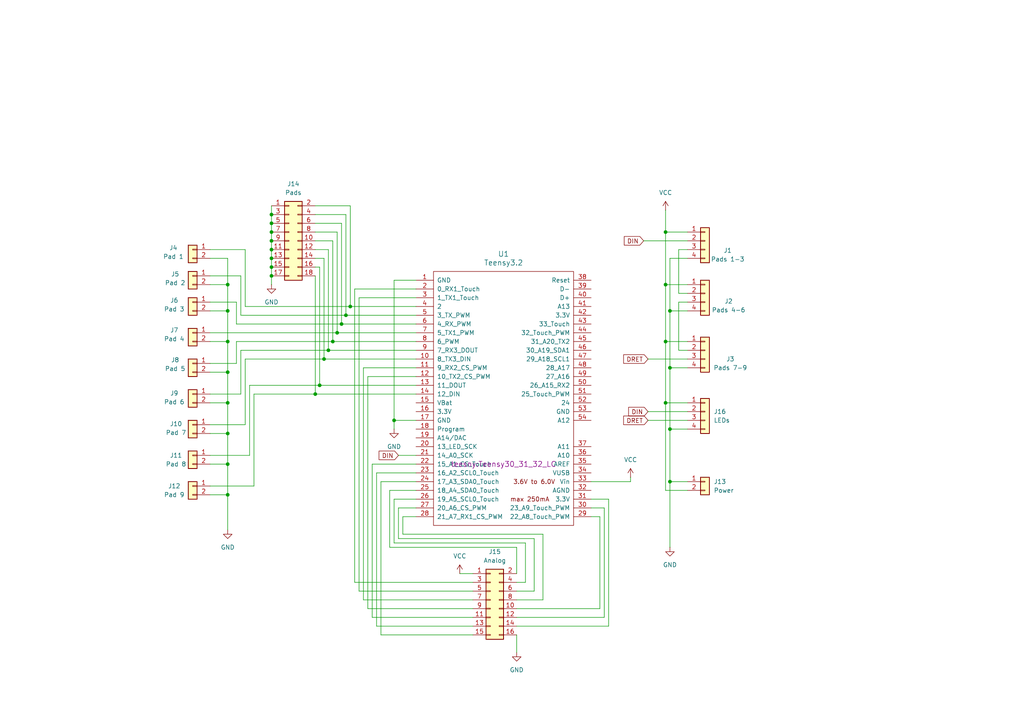
<source format=kicad_sch>
(kicad_sch (version 20231120) (generator "eeschema") (generator_version "8.0")
  (paper "A4")
  (lib_symbols
    (symbol "Connector_Generic:Conn_01x02" (pin_names (offset 1.016) hide)
      (property "Reference" "J" (at 0 2.54 0))
      (property "Value" "Conn_01x02" (at 0 -5.08 0))
      (symbol "Conn_01x02_1_1"
        (rectangle (start -1.27 -2.413) (end 0 -2.667) (stroke (width 0.1524)))
        (rectangle (start -1.27 0.127) (end 0 -0.127) (stroke (width 0.1524)))
        (rectangle (start -1.27 1.27) (end 1.27 -3.81) (stroke (width 0.254)) (fill (type background)))
        (pin passive line (at -5.08 0 0) (length 3.81) (name "Pin_1") (number "1"))
        (pin passive line (at -5.08 -2.54 0) (length 3.81) (name "Pin_2") (number "2"))
      )
    )
    (symbol "Connector_Generic:Conn_01x04" (pin_names (offset 1.016) hide)
      (property "Reference" "J" (at 0 5.08 0))
      (property "Value" "Conn_01x04" (at 0 -7.62 0))
      (symbol "Conn_01x04_1_1"
        (rectangle (start -1.27 -4.953) (end 0 -5.207) (stroke (width 0.1524)))
        (rectangle (start -1.27 -2.413) (end 0 -2.667) (stroke (width 0.1524)))
        (rectangle (start -1.27 0.127) (end 0 -0.127) (stroke (width 0.1524)))
        (rectangle (start -1.27 2.667) (end 0 2.413) (stroke (width 0.1524)))
        (rectangle (start -1.27 3.81) (end 1.27 -6.35) (stroke (width 0.254)) (fill (type background)))
        (pin passive line (at -5.08 2.54 0) (length 3.81) (name "Pin_1") (number "1"))
        (pin passive line (at -5.08 0 0) (length 3.81) (name "Pin_2") (number "2"))
        (pin passive line (at -5.08 -2.54 0) (length 3.81) (name "Pin_3") (number "3"))
        (pin passive line (at -5.08 -5.08 0) (length 3.81) (name "Pin_4") (number "4"))
      )
    )
    (symbol "Connector_Generic:Conn_02x08_Odd_Even" (pin_names (offset 1.016) hide)
      (property "Reference" "J" (at 1.27 10.16 0))
      (property "Value" "Conn_02x08_Odd_Even" (at 1.27 -12.7 0))
      (symbol "Conn_02x08_Odd_Even_1_1"
        (rectangle (start -1.27 -10.033) (end 0 -10.287) (stroke (width 0.1524)))
        (rectangle (start -1.27 -7.493) (end 0 -7.747) (stroke (width 0.1524)))
        (rectangle (start -1.27 -4.953) (end 0 -5.207) (stroke (width 0.1524)))
        (rectangle (start -1.27 -2.413) (end 0 -2.667) (stroke (width 0.1524)))
        (rectangle (start -1.27 0.127) (end 0 -0.127) (stroke (width 0.1524)))
        (rectangle (start -1.27 2.667) (end 0 2.413) (stroke (width 0.1524)))
        (rectangle (start -1.27 5.207) (end 0 4.953) (stroke (width 0.1524)))
        (rectangle (start -1.27 7.747) (end 0 7.493) (stroke (width 0.1524)))
        (rectangle (start -1.27 8.89) (end 3.81 -11.43) (stroke (width 0.254)) (fill (type background)))
        (rectangle (start 3.81 -10.033) (end 2.54 -10.287) (stroke (width 0.1524)))
        (rectangle (start 3.81 -7.493) (end 2.54 -7.747) (stroke (width 0.1524)))
        (rectangle (start 3.81 -4.953) (end 2.54 -5.207) (stroke (width 0.1524)))
        (rectangle (start 3.81 -2.413) (end 2.54 -2.667) (stroke (width 0.1524)))
        (rectangle (start 3.81 0.127) (end 2.54 -0.127) (stroke (width 0.1524)))
        (rectangle (start 3.81 2.667) (end 2.54 2.413) (stroke (width 0.1524)))
        (rectangle (start 3.81 5.207) (end 2.54 4.953) (stroke (width 0.1524)))
        (rectangle (start 3.81 7.747) (end 2.54 7.493) (stroke (width 0.1524)))
        (pin passive line (at -5.08 7.62 0) (length 3.81) (name "Pin_1") (number "1"))
        (pin passive line (at 7.62 -2.54 180) (length 3.81) (name "Pin_10") (number "10"))
        (pin passive line (at -5.08 -5.08 0) (length 3.81) (name "Pin_11") (number "11"))
        (pin passive line (at 7.62 -5.08 180) (length 3.81) (name "Pin_12") (number "12"))
        (pin passive line (at -5.08 -7.62 0) (length 3.81) (name "Pin_13") (number "13"))
        (pin passive line (at 7.62 -7.62 180) (length 3.81) (name "Pin_14") (number "14"))
        (pin passive line (at -5.08 -10.16 0) (length 3.81) (name "Pin_15") (number "15"))
        (pin passive line (at 7.62 -10.16 180) (length 3.81) (name "Pin_16") (number "16"))
        (pin passive line (at 7.62 7.62 180) (length 3.81) (name "Pin_2") (number "2"))
        (pin passive line (at -5.08 5.08 0) (length 3.81) (name "Pin_3") (number "3"))
        (pin passive line (at 7.62 5.08 180) (length 3.81) (name "Pin_4") (number "4"))
        (pin passive line (at -5.08 2.54 0) (length 3.81) (name "Pin_5") (number "5"))
        (pin passive line (at 7.62 2.54 180) (length 3.81) (name "Pin_6") (number "6"))
        (pin passive line (at -5.08 0 0) (length 3.81) (name "Pin_7") (number "7"))
        (pin passive line (at 7.62 0 180) (length 3.81) (name "Pin_8") (number "8"))
        (pin passive line (at -5.08 -2.54 0) (length 3.81) (name "Pin_9") (number "9"))
      )
    )
    (symbol "Connector_Generic:Conn_02x09_Odd_Even" (pin_names (offset 1.016) hide)
      (property "Reference" "J" (at 1.27 12.7 0))
      (property "Value" "Conn_02x09_Odd_Even" (at 1.27 -12.7 0))
      (symbol "Conn_02x09_Odd_Even_1_1"
        (rectangle (start -1.27 -10.033) (end 0 -10.287) (stroke (width 0.1524)))
        (rectangle (start -1.27 -7.493) (end 0 -7.747) (stroke (width 0.1524)))
        (rectangle (start -1.27 -4.953) (end 0 -5.207) (stroke (width 0.1524)))
        (rectangle (start -1.27 -2.413) (end 0 -2.667) (stroke (width 0.1524)))
        (rectangle (start -1.27 0.127) (end 0 -0.127) (stroke (width 0.1524)))
        (rectangle (start -1.27 2.667) (end 0 2.413) (stroke (width 0.1524)))
        (rectangle (start -1.27 5.207) (end 0 4.953) (stroke (width 0.1524)))
        (rectangle (start -1.27 7.747) (end 0 7.493) (stroke (width 0.1524)))
        (rectangle (start -1.27 10.287) (end 0 10.033) (stroke (width 0.1524)))
        (rectangle (start -1.27 11.43) (end 3.81 -11.43) (stroke (width 0.254)) (fill (type background)))
        (rectangle (start 3.81 -10.033) (end 2.54 -10.287) (stroke (width 0.1524)))
        (rectangle (start 3.81 -7.493) (end 2.54 -7.747) (stroke (width 0.1524)))
        (rectangle (start 3.81 -4.953) (end 2.54 -5.207) (stroke (width 0.1524)))
        (rectangle (start 3.81 -2.413) (end 2.54 -2.667) (stroke (width 0.1524)))
        (rectangle (start 3.81 0.127) (end 2.54 -0.127) (stroke (width 0.1524)))
        (rectangle (start 3.81 2.667) (end 2.54 2.413) (stroke (width 0.1524)))
        (rectangle (start 3.81 5.207) (end 2.54 4.953) (stroke (width 0.1524)))
        (rectangle (start 3.81 7.747) (end 2.54 7.493) (stroke (width 0.1524)))
        (rectangle (start 3.81 10.287) (end 2.54 10.033) (stroke (width 0.1524)))
        (pin passive line (at -5.08 10.16 0) (length 3.81) (name "Pin_1") (number "1"))
        (pin passive line (at 7.62 0 180) (length 3.81) (name "Pin_10") (number "10"))
        (pin passive line (at -5.08 -2.54 0) (length 3.81) (name "Pin_11") (number "11"))
        (pin passive line (at 7.62 -2.54 180) (length 3.81) (name "Pin_12") (number "12"))
        (pin passive line (at -5.08 -5.08 0) (length 3.81) (name "Pin_13") (number "13"))
        (pin passive line (at 7.62 -5.08 180) (length 3.81) (name "Pin_14") (number "14"))
        (pin passive line (at -5.08 -7.62 0) (length 3.81) (name "Pin_15") (number "15"))
        (pin passive line (at 7.62 -7.62 180) (length 3.81) (name "Pin_16") (number "16"))
        (pin passive line (at -5.08 -10.16 0) (length 3.81) (name "Pin_17") (number "17"))
        (pin passive line (at 7.62 -10.16 180) (length 3.81) (name "Pin_18") (number "18"))
        (pin passive line (at 7.62 10.16 180) (length 3.81) (name "Pin_2") (number "2"))
        (pin passive line (at -5.08 7.62 0) (length 3.81) (name "Pin_3") (number "3"))
        (pin passive line (at 7.62 7.62 180) (length 3.81) (name "Pin_4") (number "4"))
        (pin passive line (at -5.08 5.08 0) (length 3.81) (name "Pin_5") (number "5"))
        (pin passive line (at 7.62 5.08 180) (length 3.81) (name "Pin_6") (number "6"))
        (pin passive line (at -5.08 2.54 0) (length 3.81) (name "Pin_7") (number "7"))
        (pin passive line (at 7.62 2.54 180) (length 3.81) (name "Pin_8") (number "8"))
        (pin passive line (at -5.08 0 0) (length 3.81) (name "Pin_9") (number "9"))
      )
    )
    (symbol "power:GND" (power) (pin_numbers hide) (pin_names (offset 0) hide)
      (property "Value" "GND" (at 0 -3.81 0))
      (symbol "GND_0_1"
        (polyline (pts (xy 0 0) (xy 0 -1.27) (xy 1.27 -1.27) (xy 0 -2.54) (xy -1.27 -1.27) (xy 0 -1.27)))
      )
      (symbol "GND_1_1"
        (pin power_in line (at 0 0 270) (length 0) (name "~") (number "1"))
      )
    )
    (symbol "power:VCC" (power) (pin_numbers hide) (pin_names (offset 0) hide)
      (property "Value" "VCC" (at 0 3.556 0))
      (symbol "VCC_0_1"
        (polyline (pts (xy -0.762 1.27) (xy 0 2.54)))
        (polyline (pts (xy 0 0) (xy 0 2.54)))
        (polyline (pts (xy 0 2.54) (xy 0.762 1.27)))
      )
      (symbol "VCC_1_1"
        (pin power_in line (at 0 0 90) (length 0) (name "~") (number "1"))
      )
    )
    (symbol "teensy:Teensy3.2" (pin_names (offset 1.016))
      (property "Reference" "U" (at 0 39.37 0))
      (property "Value" "Teensy3.2" (at 0 -39.37 0))
      (symbol "Teensy3.2_0_0"
        (text "3.6V to 6.0V" (at 8.89 -24.13 0) (effects (font (size 1.27 1.27))))
        (text "max 250mA" (at 7.62 -29.21 0) (effects (font (size 1.27 1.27))))
      )
      (symbol "Teensy3.2_0_1"
        (rectangle (start -20.32 -36.83) (end 20.32 36.83))
      )
      (symbol "Teensy3.2_1_1"
        (pin power_in line (at -25.4 34.29 0) (length 5.08) (name "GND") (number "1"))
        (pin bidirectional line (at -25.4 11.43 0) (length 5.08) (name "8_TX3_DIN") (number "10"))
        (pin bidirectional line (at -25.4 8.89 0) (length 5.08) (name "9_RX2_CS_PWM") (number "11"))
        (pin bidirectional line (at -25.4 6.35 0) (length 5.08) (name "10_TX2_CS_PWM") (number "12"))
        (pin bidirectional line (at -25.4 3.81 0) (length 5.08) (name "11_DOUT") (number "13"))
        (pin bidirectional line (at -25.4 1.27 0) (length 5.08) (name "12_DIN") (number "14"))
        (pin power_in line (at -25.4 -1.27 0) (length 5.08) (name "VBat") (number "15"))
        (pin power_out line (at -25.4 -3.81 0) (length 5.08) (name "3.3V") (number "16"))
        (pin power_in line (at -25.4 -6.35 0) (length 5.08) (name "GND") (number "17"))
        (pin input line (at -25.4 -8.89 0) (length 5.08) (name "Program") (number "18"))
        (pin bidirectional line (at -25.4 -11.43 0) (length 5.08) (name "A14/DAC") (number "19"))
        (pin bidirectional line (at -25.4 31.75 0) (length 5.08) (name "0_RX1_Touch") (number "2"))
        (pin bidirectional line (at -25.4 -13.97 0) (length 5.08) (name "13_LED_SCK") (number "20"))
        (pin bidirectional line (at -25.4 -16.51 0) (length 5.08) (name "14_A0_SCK") (number "21"))
        (pin bidirectional line (at -25.4 -19.05 0) (length 5.08) (name "15_A1_CS_Touch") (number "22"))
        (pin bidirectional line (at -25.4 -21.59 0) (length 5.08) (name "16_A2_SCL0_Touch") (number "23"))
        (pin bidirectional line (at -25.4 -24.13 0) (length 5.08) (name "17_A3_SDA0_Touch") (number "24"))
        (pin bidirectional line (at -25.4 -26.67 0) (length 5.08) (name "18_A4_SDA0_Touch") (number "25"))
        (pin bidirectional line (at -25.4 -29.21 0) (length 5.08) (name "19_A5_SCL0_Touch") (number "26"))
        (pin bidirectional line (at -25.4 -31.75 0) (length 5.08) (name "20_A6_CS_PWM") (number "27"))
        (pin bidirectional line (at -25.4 -34.29 0) (length 5.08) (name "21_A7_RX1_CS_PWM") (number "28"))
        (pin bidirectional line (at 25.4 -34.29 180) (length 5.08) (name "22_A8_Touch_PWM") (number "29"))
        (pin bidirectional line (at -25.4 29.21 0) (length 5.08) (name "1_TX1_Touch") (number "3"))
        (pin bidirectional line (at 25.4 -31.75 180) (length 5.08) (name "23_A9_Touch_PWM") (number "30"))
        (pin power_out line (at 25.4 -29.21 180) (length 5.08) (name "3.3V") (number "31"))
        (pin power_out line (at 25.4 -26.67 180) (length 5.08) (name "AGND") (number "32"))
        (pin power_in line (at 25.4 -24.13 180) (length 5.08) (name "Vin") (number "33"))
        (pin power_in line (at 25.4 -21.59 180) (length 5.08) (name "VUSB") (number "34"))
        (pin input line (at 25.4 -19.05 180) (length 5.08) (name "AREF") (number "35"))
        (pin bidirectional line (at 25.4 -16.51 180) (length 5.08) (name "A10") (number "36"))
        (pin bidirectional line (at 25.4 -13.97 180) (length 5.08) (name "A11") (number "37"))
        (pin input line (at 25.4 34.29 180) (length 5.08) (name "Reset") (number "38"))
        (pin bidirectional line (at 25.4 31.75 180) (length 5.08) (name "D-") (number "39"))
        (pin bidirectional line (at -25.4 26.67 0) (length 5.08) (name "2") (number "4"))
        (pin bidirectional line (at 25.4 29.21 180) (length 5.08) (name "D+") (number "40"))
        (pin bidirectional line (at 25.4 26.67 180) (length 5.08) (name "A13") (number "41"))
        (pin power_out line (at 25.4 24.13 180) (length 5.08) (name "3.3V") (number "42"))
        (pin bidirectional line (at 25.4 21.59 180) (length 5.08) (name "33_Touch") (number "43"))
        (pin bidirectional line (at 25.4 19.05 180) (length 5.08) (name "32_Touch_PWM") (number "44"))
        (pin bidirectional line (at 25.4 16.51 180) (length 5.08) (name "31_A20_TX2") (number "45"))
        (pin bidirectional line (at 25.4 13.97 180) (length 5.08) (name "30_A19_SDA1") (number "46"))
        (pin bidirectional line (at 25.4 11.43 180) (length 5.08) (name "29_A18_SCL1") (number "47"))
        (pin bidirectional line (at 25.4 8.89 180) (length 5.08) (name "28_A17") (number "48"))
        (pin bidirectional line (at 25.4 6.35 180) (length 5.08) (name "27_A16") (number "49"))
        (pin bidirectional line (at -25.4 24.13 0) (length 5.08) (name "3_TX_PWM") (number "5"))
        (pin bidirectional line (at 25.4 3.81 180) (length 5.08) (name "26_A15_RX2") (number "50"))
        (pin bidirectional line (at 25.4 1.27 180) (length 5.08) (name "25_Touch_PWM") (number "51"))
        (pin bidirectional line (at 25.4 -1.27 180) (length 5.08) (name "24") (number "52"))
        (pin power_in line (at 25.4 -3.81 180) (length 5.08) (name "GND") (number "53"))
        (pin bidirectional line (at 25.4 -6.35 180) (length 5.08) (name "A12") (number "54"))
        (pin bidirectional line (at -25.4 21.59 0) (length 5.08) (name "4_RX_PWM") (number "6"))
        (pin bidirectional line (at -25.4 19.05 0) (length 5.08) (name "5_TX1_PWM") (number "7"))
        (pin bidirectional line (at -25.4 16.51 0) (length 5.08) (name "6_PWM") (number "8"))
        (pin bidirectional line (at -25.4 13.97 0) (length 5.08) (name "7_RX3_DOUT") (number "9"))
      )
    )
  )
  (junction (at 93.98 104.14))
  (junction (at 66.04 82.55))
  (junction (at 66.04 143.51))
  (junction (at 97.79 96.52))
  (junction (at 78.74 72.39))
  (junction (at 99.06 93.98))
  (junction (at 193.04 82.55))
  (junction (at 78.74 67.31))
  (junction (at 194.31 124.46))
  (junction (at 66.04 90.17))
  (junction (at 193.04 67.31))
  (junction (at 95.25 101.6))
  (junction (at 194.31 106.68))
  (junction (at 78.74 77.47))
  (junction (at 101.6 88.9))
  (junction (at 78.74 69.85))
  (junction (at 66.04 107.95))
  (junction (at 193.04 99.06))
  (junction (at 78.74 80.01))
  (junction (at 66.04 134.62))
  (junction (at 66.04 99.06))
  (junction (at 92.71 111.76))
  (junction (at 100.33 91.44))
  (junction (at 114.3 121.92))
  (junction (at 78.74 74.93))
  (junction (at 194.31 90.17))
  (junction (at 194.31 139.7))
  (junction (at 66.04 116.84))
  (junction (at 78.74 62.23))
  (junction (at 78.74 64.77))
  (junction (at 66.04 125.73))
  (junction (at 96.52 99.06))
  (junction (at 193.04 116.84))
  (junction (at 91.44 114.3))
  (wire (pts (xy 66.04 143.51) (xy 66.04 153.67)))
  (wire (pts (xy 101.6 59.69) (xy 101.6 88.9)))
  (wire (pts (xy 157.48 154.94) (xy 157.48 173.99)))
  (wire (pts (xy 110.49 139.7) (xy 110.49 184.15)))
  (wire (pts (xy 114.3 121.92) (xy 120.65 121.92)))
  (wire (pts (xy 60.96 125.73) (xy 66.04 125.73)))
  (wire (pts (xy 149.86 184.15) (xy 149.86 189.23)))
  (wire (pts (xy 193.04 116.84) (xy 193.04 99.06)))
  (wire (pts (xy 99.06 93.98) (xy 120.65 93.98)))
  (wire (pts (xy 91.44 80.01) (xy 91.44 114.3)))
  (wire (pts (xy 115.57 156.21) (xy 154.94 156.21)))
  (wire (pts (xy 175.26 147.32) (xy 175.26 179.07)))
  (wire (pts (xy 66.04 116.84) (xy 66.04 125.73)))
  (wire (pts (xy 60.96 96.52) (xy 97.79 96.52)))
  (wire (pts (xy 137.16 179.07) (xy 107.95 179.07)))
  (wire (pts (xy 68.58 99.06) (xy 68.58 105.41)))
  (wire (pts (xy 194.31 90.17) (xy 199.39 90.17)))
  (wire (pts (xy 78.74 77.47) (xy 78.74 80.01)))
  (wire (pts (xy 109.22 137.16) (xy 109.22 181.61)))
  (wire (pts (xy 66.04 90.17) (xy 66.04 99.06)))
  (wire (pts (xy 116.84 149.86) (xy 116.84 154.94)))
  (wire (pts (xy 199.39 74.93) (xy 194.31 74.93)))
  (wire (pts (xy 187.96 119.38) (xy 199.39 119.38)))
  (wire (pts (xy 120.65 137.16) (xy 109.22 137.16)))
  (wire (pts (xy 173.99 149.86) (xy 171.45 149.86)))
  (wire (pts (xy 92.71 111.76) (xy 120.65 111.76)))
  (wire (pts (xy 91.44 114.3) (xy 120.65 114.3)))
  (wire (pts (xy 78.74 74.93) (xy 78.74 77.47)))
  (wire (pts (xy 104.14 86.36) (xy 104.14 171.45)))
  (wire (pts (xy 193.04 67.31) (xy 193.04 82.55)))
  (wire (pts (xy 196.85 85.09) (xy 199.39 85.09)))
  (wire (pts (xy 93.98 104.14) (xy 120.65 104.14)))
  (wire (pts (xy 120.65 81.28) (xy 114.3 81.28)))
  (wire (pts (xy 187.96 121.92) (xy 199.39 121.92)))
  (wire (pts (xy 105.41 106.68) (xy 105.41 173.99)))
  (wire (pts (xy 91.44 59.69) (xy 101.6 59.69)))
  (wire (pts (xy 60.96 107.95) (xy 66.04 107.95)))
  (wire (pts (xy 69.85 101.6) (xy 69.85 114.3)))
  (wire (pts (xy 71.12 123.19) (xy 60.96 123.19)))
  (wire (pts (xy 60.96 99.06) (xy 66.04 99.06)))
  (wire (pts (xy 73.66 140.97) (xy 60.96 140.97)))
  (wire (pts (xy 194.31 139.7) (xy 194.31 158.75)))
  (wire (pts (xy 137.16 181.61) (xy 109.22 181.61)))
  (wire (pts (xy 116.84 154.94) (xy 157.48 154.94)))
  (wire (pts (xy 194.31 90.17) (xy 194.31 106.68)))
  (wire (pts (xy 171.45 144.78) (xy 176.53 144.78)))
  (wire (pts (xy 106.68 176.53) (xy 137.16 176.53)))
  (wire (pts (xy 60.96 143.51) (xy 66.04 143.51)))
  (wire (pts (xy 66.04 99.06) (xy 66.04 107.95)))
  (wire (pts (xy 173.99 176.53) (xy 149.86 176.53)))
  (wire (pts (xy 66.04 74.93) (xy 66.04 82.55)))
  (wire (pts (xy 72.39 111.76) (xy 92.71 111.76)))
  (wire (pts (xy 113.03 142.24) (xy 113.03 158.75)))
  (wire (pts (xy 114.3 81.28) (xy 114.3 121.92)))
  (wire (pts (xy 71.12 88.9) (xy 101.6 88.9)))
  (wire (pts (xy 199.39 87.63) (xy 196.85 87.63)))
  (wire (pts (xy 60.96 82.55) (xy 66.04 82.55)))
  (wire (pts (xy 193.04 116.84) (xy 193.04 142.24)))
  (wire (pts (xy 114.3 157.48) (xy 152.4 157.48)))
  (wire (pts (xy 194.31 74.93) (xy 194.31 90.17)))
  (wire (pts (xy 154.94 171.45) (xy 149.86 171.45)))
  (wire (pts (xy 120.65 139.7) (xy 110.49 139.7)))
  (wire (pts (xy 60.96 134.62) (xy 66.04 134.62)))
  (wire (pts (xy 93.98 74.93) (xy 93.98 104.14)))
  (wire (pts (xy 96.52 69.85) (xy 96.52 99.06)))
  (wire (pts (xy 78.74 80.01) (xy 78.74 82.55)))
  (wire (pts (xy 149.86 173.99) (xy 157.48 173.99)))
  (wire (pts (xy 92.71 77.47) (xy 92.71 111.76)))
  (wire (pts (xy 71.12 104.14) (xy 71.12 123.19)))
  (wire (pts (xy 116.84 149.86) (xy 120.65 149.86)))
  (wire (pts (xy 182.88 138.43) (xy 182.88 139.7)))
  (wire (pts (xy 72.39 132.08) (xy 60.96 132.08)))
  (wire (pts (xy 105.41 173.99) (xy 137.16 173.99)))
  (wire (pts (xy 120.65 142.24) (xy 113.03 142.24)))
  (wire (pts (xy 73.66 114.3) (xy 73.66 140.97)))
  (wire (pts (xy 68.58 93.98) (xy 68.58 87.63)))
  (wire (pts (xy 91.44 72.39) (xy 95.25 72.39)))
  (wire (pts (xy 194.31 106.68) (xy 194.31 124.46)))
  (wire (pts (xy 66.04 134.62) (xy 66.04 143.51)))
  (wire (pts (xy 186.69 69.85) (xy 199.39 69.85)))
  (wire (pts (xy 78.74 64.77) (xy 78.74 67.31)))
  (wire (pts (xy 68.58 87.63) (xy 60.96 87.63)))
  (wire (pts (xy 152.4 157.48) (xy 152.4 168.91)))
  (wire (pts (xy 91.44 77.47) (xy 92.71 77.47)))
  (wire (pts (xy 149.86 181.61) (xy 176.53 181.61)))
  (wire (pts (xy 69.85 91.44) (xy 69.85 80.01)))
  (wire (pts (xy 99.06 64.77) (xy 99.06 93.98)))
  (wire (pts (xy 68.58 93.98) (xy 99.06 93.98)))
  (wire (pts (xy 66.04 82.55) (xy 66.04 90.17)))
  (wire (pts (xy 71.12 104.14) (xy 93.98 104.14)))
  (wire (pts (xy 114.3 121.92) (xy 114.3 124.46)))
  (wire (pts (xy 73.66 114.3) (xy 91.44 114.3)))
  (wire (pts (xy 69.85 91.44) (xy 100.33 91.44)))
  (wire (pts (xy 78.74 59.69) (xy 78.74 62.23)))
  (wire (pts (xy 100.33 62.23) (xy 100.33 91.44)))
  (wire (pts (xy 102.87 83.82) (xy 102.87 168.91)))
  (wire (pts (xy 120.65 144.78) (xy 114.3 144.78)))
  (wire (pts (xy 193.04 142.24) (xy 199.39 142.24)))
  (wire (pts (xy 194.31 124.46) (xy 199.39 124.46)))
  (wire (pts (xy 149.86 158.75) (xy 149.86 166.37)))
  (wire (pts (xy 71.12 72.39) (xy 60.96 72.39)))
  (wire (pts (xy 120.65 134.62) (xy 107.95 134.62)))
  (wire (pts (xy 71.12 88.9) (xy 71.12 72.39)))
  (wire (pts (xy 100.33 91.44) (xy 120.65 91.44)))
  (wire (pts (xy 193.04 116.84) (xy 199.39 116.84)))
  (wire (pts (xy 196.85 87.63) (xy 196.85 101.6)))
  (wire (pts (xy 137.16 184.15) (xy 110.49 184.15)))
  (wire (pts (xy 154.94 156.21) (xy 154.94 171.45)))
  (wire (pts (xy 115.57 132.08) (xy 120.65 132.08)))
  (wire (pts (xy 101.6 88.9) (xy 120.65 88.9)))
  (wire (pts (xy 120.65 109.22) (xy 106.68 109.22)))
  (wire (pts (xy 60.96 116.84) (xy 66.04 116.84)))
  (wire (pts (xy 95.25 72.39) (xy 95.25 101.6)))
  (wire (pts (xy 91.44 67.31) (xy 97.79 67.31)))
  (wire (pts (xy 91.44 62.23) (xy 100.33 62.23)))
  (wire (pts (xy 95.25 101.6) (xy 120.65 101.6)))
  (wire (pts (xy 96.52 99.06) (xy 120.65 99.06)))
  (wire (pts (xy 69.85 114.3) (xy 60.96 114.3)))
  (wire (pts (xy 69.85 80.01) (xy 60.96 80.01)))
  (wire (pts (xy 91.44 64.77) (xy 99.06 64.77)))
  (wire (pts (xy 60.96 90.17) (xy 66.04 90.17)))
  (wire (pts (xy 115.57 147.32) (xy 115.57 156.21)))
  (wire (pts (xy 120.65 106.68) (xy 105.41 106.68)))
  (wire (pts (xy 66.04 107.95) (xy 66.04 116.84)))
  (wire (pts (xy 114.3 144.78) (xy 114.3 157.48)))
  (wire (pts (xy 199.39 82.55) (xy 193.04 82.55)))
  (wire (pts (xy 97.79 96.52) (xy 120.65 96.52)))
  (wire (pts (xy 66.04 125.73) (xy 66.04 134.62)))
  (wire (pts (xy 193.04 99.06) (xy 193.04 82.55)))
  (wire (pts (xy 120.65 83.82) (xy 102.87 83.82)))
  (wire (pts (xy 68.58 105.41) (xy 60.96 105.41)))
  (wire (pts (xy 194.31 139.7) (xy 199.39 139.7)))
  (wire (pts (xy 176.53 144.78) (xy 176.53 181.61)))
  (wire (pts (xy 171.45 139.7) (xy 182.88 139.7)))
  (wire (pts (xy 78.74 69.85) (xy 78.74 72.39)))
  (wire (pts (xy 107.95 134.62) (xy 107.95 179.07)))
  (wire (pts (xy 120.65 86.36) (xy 104.14 86.36)))
  (wire (pts (xy 193.04 60.96) (xy 193.04 67.31)))
  (wire (pts (xy 194.31 106.68) (xy 199.39 106.68)))
  (wire (pts (xy 91.44 74.93) (xy 93.98 74.93)))
  (wire (pts (xy 194.31 124.46) (xy 194.31 139.7)))
  (wire (pts (xy 152.4 168.91) (xy 149.86 168.91)))
  (wire (pts (xy 120.65 147.32) (xy 115.57 147.32)))
  (wire (pts (xy 68.58 99.06) (xy 96.52 99.06)))
  (wire (pts (xy 187.96 104.14) (xy 199.39 104.14)))
  (wire (pts (xy 199.39 67.31) (xy 193.04 67.31)))
  (wire (pts (xy 91.44 69.85) (xy 96.52 69.85)))
  (wire (pts (xy 69.85 101.6) (xy 95.25 101.6)))
  (wire (pts (xy 196.85 72.39) (xy 196.85 85.09)))
  (wire (pts (xy 196.85 101.6) (xy 199.39 101.6)))
  (wire (pts (xy 199.39 72.39) (xy 196.85 72.39)))
  (wire (pts (xy 60.96 74.93) (xy 66.04 74.93)))
  (wire (pts (xy 171.45 147.32) (xy 175.26 147.32)))
  (wire (pts (xy 78.74 62.23) (xy 78.74 64.77)))
  (wire (pts (xy 97.79 67.31) (xy 97.79 96.52)))
  (wire (pts (xy 78.74 72.39) (xy 78.74 74.93)))
  (wire (pts (xy 102.87 168.91) (xy 137.16 168.91)))
  (wire (pts (xy 173.99 149.86) (xy 173.99 176.53)))
  (wire (pts (xy 72.39 111.76) (xy 72.39 132.08)))
  (wire (pts (xy 199.39 99.06) (xy 193.04 99.06)))
  (wire (pts (xy 78.74 67.31) (xy 78.74 69.85)))
  (wire (pts (xy 113.03 158.75) (xy 149.86 158.75)))
  (wire (pts (xy 106.68 109.22) (xy 106.68 176.53)))
  (wire (pts (xy 133.35 166.37) (xy 137.16 166.37)))
  (wire (pts (xy 175.26 179.07) (xy 149.86 179.07)))
  (wire (pts (xy 137.16 171.45) (xy 104.14 171.45)))
  (global_label "DIN" (shape input) (at 115.57 132.08 180) (property "Intersheetrefs" "${INTERSHEET_REFS}" (effects (hide yes))))
  (global_label "DRET" (shape input) (at 187.96 121.92 180) (property "Intersheetrefs" "${INTERSHEET_REFS}" (effects (hide yes))))
  (global_label "DRET" (shape input) (at 187.96 104.14 180) (property "Intersheetrefs" "${INTERSHEET_REFS}" (effects (hide yes))))
  (global_label "DIN" (shape input) (at 186.69 69.85 180) (property "Intersheetrefs" "${INTERSHEET_REFS}" (effects (hide yes))))
  (global_label "DIN" (shape input) (at 187.96 119.38 180) (property "Intersheetrefs" "${INTERSHEET_REFS}" (effects (hide yes))))
  (symbol (lib_id "power:GND") (at 78.74 82.55 0) (unit 1)
    (property "Reference" "#PWR09" (effects (hide yes)))
    (property "Value" "GND" (at 78.74 87.63 0))
    (property "Description" "Power symbol creates a global label with name \"GND\" , ground" (effects (hide yes)))
  )
  (symbol (lib_id "Connector_Generic:Conn_01x02") (at 55.88 96.52 0) (mirror y) (unit 1)
    (property "Reference" "J7" (at 50.546 95.758 0))
    (property "Value" "Pad 4" (at 50.546 98.298 0))
    (property "Footprint" "Connector_JST:JST_XH_B2B-XH-A_1x02_P2.50mm_Vertical" (effects (hide yes)))
    (property "Description" "Generic connector, single row, 01x02, script generated (kicad-library-utils/schlib/autogen/connector/)" (effects (hide yes)))
  )
  (symbol (lib_id "power:GND") (at 114.3 124.46 0) (unit 1)
    (property "Reference" "#PWR06" (effects (hide yes)))
    (property "Value" "GND" (at 114.3 129.54 0))
    (property "Description" "Power symbol creates a global label with name \"GND\" , ground" (effects (hide yes)))
  )
  (symbol (lib_id "Connector_Generic:Conn_01x02") (at 55.88 123.19 0) (mirror y) (unit 1)
    (property "Reference" "J10" (at 51.054 122.936 0))
    (property "Value" "Pad 7" (at 51.054 125.476 0))
    (property "Footprint" "Connector_JST:JST_XH_B2B-XH-A_1x02_P2.50mm_Vertical" (effects (hide yes)))
    (property "Description" "Generic connector, single row, 01x02, script generated (kicad-library-utils/schlib/autogen/connector/)" (effects (hide yes)))
  )
  (symbol (lib_id "power:GND") (at 149.86 189.23 0) (unit 1)
    (property "Reference" "#PWR010" (effects (hide yes)))
    (property "Value" "GND" (at 149.86 194.31 0))
    (property "Description" "Power symbol creates a global label with name \"GND\" , ground" (effects (hide yes)))
  )
  (symbol (lib_id "Connector_Generic:Conn_01x04") (at 204.47 101.6 0) (unit 1)
    (property "Reference" "J3" (at 211.836 104.14 0))
    (property "Value" "Pads 7-9" (at 211.836 106.68 0))
    (property "Footprint" "Connector_JST:JST_XH_B4B-XH-A_1x04_P2.50mm_Vertical" (effects (hide yes)))
    (property "Description" "Generic connector, single row, 01x04, script generated (kicad-library-utils/schlib/autogen/connector/)" (effects (hide yes)))
  )
  (symbol (lib_id "Connector_Generic:Conn_01x04") (at 204.47 69.85 0) (unit 1)
    (property "Reference" "J1" (at 211.074 72.644 0))
    (property "Value" "Pads 1-3" (at 211.074 75.184 0))
    (property "Footprint" "Connector_JST:JST_XH_B4B-XH-A_1x04_P2.50mm_Vertical" (effects (hide yes)))
    (property "Description" "Generic connector, single row, 01x04, script generated (kicad-library-utils/schlib/autogen/connector/)" (effects (hide yes)))
  )
  (symbol (lib_id "power:VCC") (at 193.04 60.96 0) (unit 1)
    (property "Reference" "#PWR08" (effects (hide yes)))
    (property "Value" "VCC" (at 193.04 55.88 0))
    (property "Description" "Power symbol creates a global label with name \"VCC\"" (effects (hide yes)))
  )
  (symbol (lib_id "Connector_Generic:Conn_01x02") (at 55.88 80.01 0) (mirror y) (unit 1)
    (property "Reference" "J5" (at 50.8 79.502 0))
    (property "Value" "Pad 2" (at 50.8 82.042 0))
    (property "Footprint" "Connector_JST:JST_XH_B2B-XH-A_1x02_P2.50mm_Vertical" (effects (hide yes)))
    (property "Description" "Generic connector, single row, 01x02, script generated (kicad-library-utils/schlib/autogen/connector/)" (effects (hide yes)))
  )
  (symbol (lib_id "power:VCC") (at 133.35 166.37 0) (unit 1)
    (property "Reference" "#PWR011" (effects (hide yes)))
    (property "Value" "VCC" (at 133.35 161.29 0))
    (property "Description" "Power symbol creates a global label with name \"VCC\"" (effects (hide yes)))
  )
  (symbol (lib_id "power:GND") (at 66.04 153.67 0) (unit 1)
    (property "Reference" "#PWR01" (effects (hide yes)))
    (property "Value" "GND" (at 66.04 158.75 0))
    (property "Description" "Power symbol creates a global label with name \"GND\" , ground" (effects (hide yes)))
  )
  (symbol (lib_id "Connector_Generic:Conn_02x08_Odd_Even") (at 142.24 173.99 0) (unit 1)
    (property "Reference" "J15" (at 143.51 160.02 0))
    (property "Value" "Analog" (at 143.51 162.56 0))
    (property "Footprint" "Connector_PinHeader_2.54mm:PinHeader_2x08_P2.54mm_Vertical" (effects (hide yes)))
    (property "Description" "Generic connector, double row, 02x08, odd/even pin numbering scheme (row 1 odd numbers, row 2 even numbers), script generated (kicad-library-utils/schlib/autogen/connector/)" (effects (hide yes)))
  )
  (symbol (lib_id "Connector_Generic:Conn_01x02") (at 55.88 114.3 0) (mirror y) (unit 1)
    (property "Reference" "J9" (at 50.546 114.046 0))
    (property "Value" "Pad 6" (at 50.546 116.586 0))
    (property "Footprint" "Connector_JST:JST_XH_B2B-XH-A_1x02_P2.50mm_Vertical" (effects (hide yes)))
    (property "Description" "Generic connector, single row, 01x02, script generated (kicad-library-utils/schlib/autogen/connector/)" (effects (hide yes)))
  )
  (symbol (lib_id "Connector_Generic:Conn_01x02") (at 55.88 87.63 0) (mirror y) (unit 1)
    (property "Reference" "J6" (at 50.546 87.122 0))
    (property "Value" "Pad 3" (at 50.546 89.662 0))
    (property "Footprint" "Connector_JST:JST_XH_B2B-XH-A_1x02_P2.50mm_Vertical" (effects (hide yes)))
    (property "Description" "Generic connector, single row, 01x02, script generated (kicad-library-utils/schlib/autogen/connector/)" (effects (hide yes)))
  )
  (symbol (lib_id "Connector_Generic:Conn_01x02") (at 55.88 72.39 0) (mirror y) (unit 1)
    (property "Reference" "J4" (at 50.292 71.882 0))
    (property "Value" "Pad 1" (at 50.292 74.422 0))
    (property "Footprint" "Connector_JST:JST_XH_B2B-XH-A_1x02_P2.50mm_Vertical" (effects (hide yes)))
    (property "Description" "Generic connector, single row, 01x02, script generated (kicad-library-utils/schlib/autogen/connector/)" (effects (hide yes)))
  )
  (symbol (lib_id "Connector_Generic:Conn_01x04") (at 204.47 85.09 0) (unit 1)
    (property "Reference" "J2" (at 211.328 87.376 0))
    (property "Value" "Pads 4-6" (at 211.328 89.916 0))
    (property "Footprint" "Connector_JST:JST_XH_B4B-XH-A_1x04_P2.50mm_Vertical" (effects (hide yes)))
    (property "Description" "Generic connector, single row, 01x04, script generated (kicad-library-utils/schlib/autogen/connector/)" (effects (hide yes)))
  )
  (symbol (lib_id "Connector_Generic:Conn_01x02") (at 55.88 132.08 0) (mirror y) (unit 1)
    (property "Reference" "J11" (at 51.054 132.08 0))
    (property "Value" "Pad 8" (at 51.054 134.62 0))
    (property "Footprint" "Connector_JST:JST_XH_B2B-XH-A_1x02_P2.50mm_Vertical" (effects (hide yes)))
    (property "Description" "Generic connector, single row, 01x02, script generated (kicad-library-utils/schlib/autogen/connector/)" (effects (hide yes)))
  )
  (symbol (lib_id "teensy:Teensy3.2") (at 146.05 115.57 0) (unit 1)
    (property "Reference" "U1" (at 146.05 73.66 0) (effects (font (size 1.524 1.524))))
    (property "Value" "Teensy3.2" (at 146.05 76.2 0) (effects (font (size 1.524 1.524))))
    (property "Footprint" "teesny:Teensy30_31_32_LC" (at 146.05 134.62 0) (effects (font (size 1.524 1.524))))
    (property "Datasheet" "https://www.pjrc.com/store/teensy32.html" (effects (hide yes)))
  )
  (symbol (lib_id "power:VCC") (at 182.88 138.43 0) (unit 1)
    (property "Reference" "#PWR04" (effects (hide yes)))
    (property "Value" "VCC" (at 182.88 133.35 0))
    (property "Description" "Power symbol creates a global label with name \"VCC\"" (effects (hide yes)))
  )
  (symbol (lib_id "power:GND") (at 194.31 158.75 0) (unit 1)
    (property "Reference" "#PWR07" (effects (hide yes)))
    (property "Value" "GND" (at 194.31 163.83 0))
    (property "Description" "Power symbol creates a global label with name \"GND\" , ground" (effects (hide yes)))
  )
  (symbol (lib_id "Connector_Generic:Conn_01x02") (at 55.88 105.41 0) (mirror y) (unit 1)
    (property "Reference" "J8" (at 50.8 104.394 0))
    (property "Value" "Pad 5" (at 50.8 106.934 0))
    (property "Footprint" "Connector_JST:JST_XH_B2B-XH-A_1x02_P2.50mm_Vertical" (effects (hide yes)))
    (property "Description" "Generic connector, single row, 01x02, script generated (kicad-library-utils/schlib/autogen/connector/)" (effects (hide yes)))
  )
  (symbol (lib_id "Connector_Generic:Conn_02x09_Odd_Even") (at 83.82 69.85 0) (unit 1)
    (property "Reference" "J14" (at 85.09 53.34 0))
    (property "Value" "Pads" (at 85.09 55.88 0))
    (property "Footprint" "Connector_PinHeader_2.54mm:PinHeader_2x09_P2.54mm_Vertical" (effects (hide yes)))
    (property "Description" "Generic connector, double row, 02x09, odd/even pin numbering scheme (row 1 odd numbers, row 2 even numbers), script generated (kicad-library-utils/schlib/autogen/connector/)" (effects (hide yes)))
  )
  (symbol (lib_id "Connector_Generic:Conn_01x02") (at 55.88 140.97 0) (mirror y) (unit 1)
    (property "Reference" "J12" (at 50.546 140.97 0))
    (property "Value" "Pad 9" (at 50.546 143.51 0))
    (property "Footprint" "Connector_JST:JST_XH_B2B-XH-A_1x02_P2.50mm_Vertical" (effects (hide yes)))
    (property "Description" "Generic connector, single row, 01x02, script generated (kicad-library-utils/schlib/autogen/connector/)" (effects (hide yes)))
  )
  (symbol (lib_id "Connector_Generic:Conn_01x02") (at 204.47 139.7 0) (unit 1)
    (property "Reference" "J13" (at 207.01 139.6999 0) (effects (justify left)))
    (property "Value" "Power" (at 207.01 142.2399 0) (effects (justify left)))
    (property "Footprint" "kicad-stephenhouser:screw_terminal_01x02_p7.62mm" (effects (hide yes)))
    (property "Description" "Generic connector, single row, 01x02, script generated (kicad-library-utils/schlib/autogen/connector/)" (effects (hide yes)))
  )
  (symbol (lib_id "Connector_Generic:Conn_01x04") (at 204.47 119.38 0) (unit 1)
    (property "Reference" "J16" (at 207.01 119.3799 0) (effects (justify left)))
    (property "Value" "LEDs" (at 207.01 121.9199 0) (effects (justify left)))
    (property "Footprint" "Connector_PinHeader_2.54mm:PinHeader_1x04_P2.54mm_Vertical" (effects (hide yes)))
    (property "Description" "Generic connector, single row, 01x04, script generated (kicad-library-utils/schlib/autogen/connector/)" (effects (hide yes)))
  )
)
</source>
